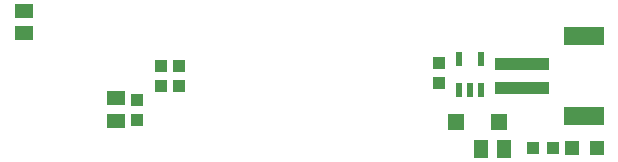
<source format=gbr>
G04 EAGLE Gerber RS-274X export*
G75*
%MOMM*%
%FSLAX34Y34*%
%LPD*%
%INSolderpaste Top*%
%IPPOS*%
%AMOC8*
5,1,8,0,0,1.08239X$1,22.5*%
G01*
%ADD10R,1.500000X1.240000*%
%ADD11R,1.000000X1.100000*%
%ADD12R,1.400000X1.400000*%
%ADD13R,4.600000X1.000000*%
%ADD14R,3.400000X1.600000*%
%ADD15R,0.550000X1.200000*%
%ADD16R,1.200000X1.200000*%
%ADD17R,1.100000X1.000000*%
%ADD18R,1.240000X1.500000*%


D10*
X13100Y169470D03*
X13100Y150470D03*
D11*
X109390Y77100D03*
X109390Y94100D03*
D10*
X91290Y76190D03*
X91290Y95190D03*
D12*
X416010Y75565D03*
X379010Y75565D03*
D13*
X435440Y124300D03*
X435440Y104300D03*
D14*
X487440Y148300D03*
X487440Y80300D03*
D15*
X381660Y102569D03*
X391160Y102569D03*
X400660Y102569D03*
X400660Y128571D03*
X381660Y128571D03*
D16*
X477180Y53340D03*
X498180Y53340D03*
D17*
X461255Y53340D03*
X444255Y53340D03*
D18*
X400710Y52070D03*
X419710Y52070D03*
D11*
X364490Y125340D03*
X364490Y108340D03*
X144780Y105800D03*
X144780Y122800D03*
X129540Y122800D03*
X129540Y105800D03*
M02*

</source>
